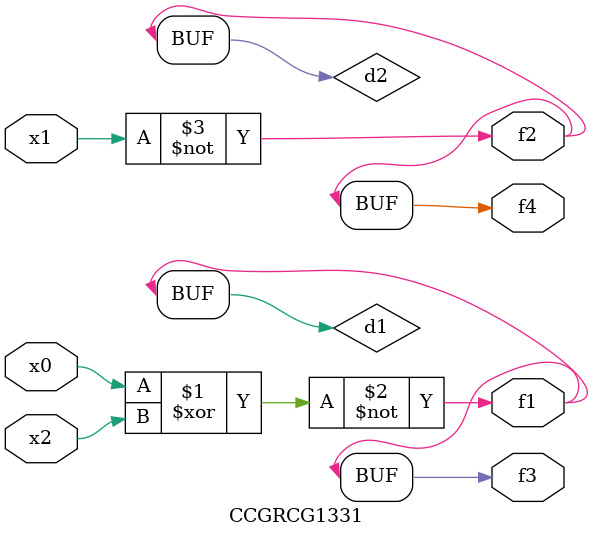
<source format=v>
module CCGRCG1331(
	input x0, x1, x2,
	output f1, f2, f3, f4
);

	wire d1, d2, d3;

	xnor (d1, x0, x2);
	nand (d2, x1);
	nor (d3, x1, x2);
	assign f1 = d1;
	assign f2 = d2;
	assign f3 = d1;
	assign f4 = d2;
endmodule

</source>
